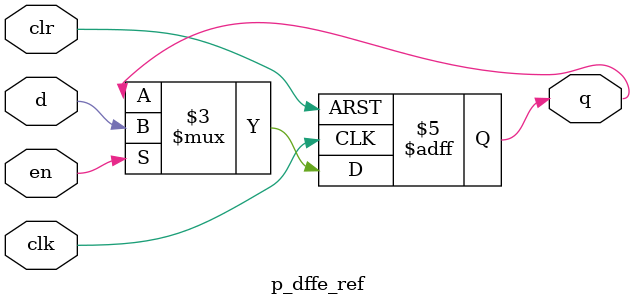
<source format=v>
module p_dffe_ref(q, d, clk, en, clr);
   
   //Inputs
   input d, clk, en, clr;
   
   //Internal wire
   wire clr;

   //Output
   output q;
   
   //Register
   reg q;

   //Intialize q to 0
   initial
   begin
       q = 1'b0;
   end

   //Set value of q on positive edge of the clock or clear
   always @(posedge clk or posedge clr) begin
       //If clear is high, set q to 0
       if (clr) begin
           q <= 1'b0;
       //If enable is high, set q to the value of d
       end else if (en) begin
           q <= d;
       end
   end
endmodule
</source>
